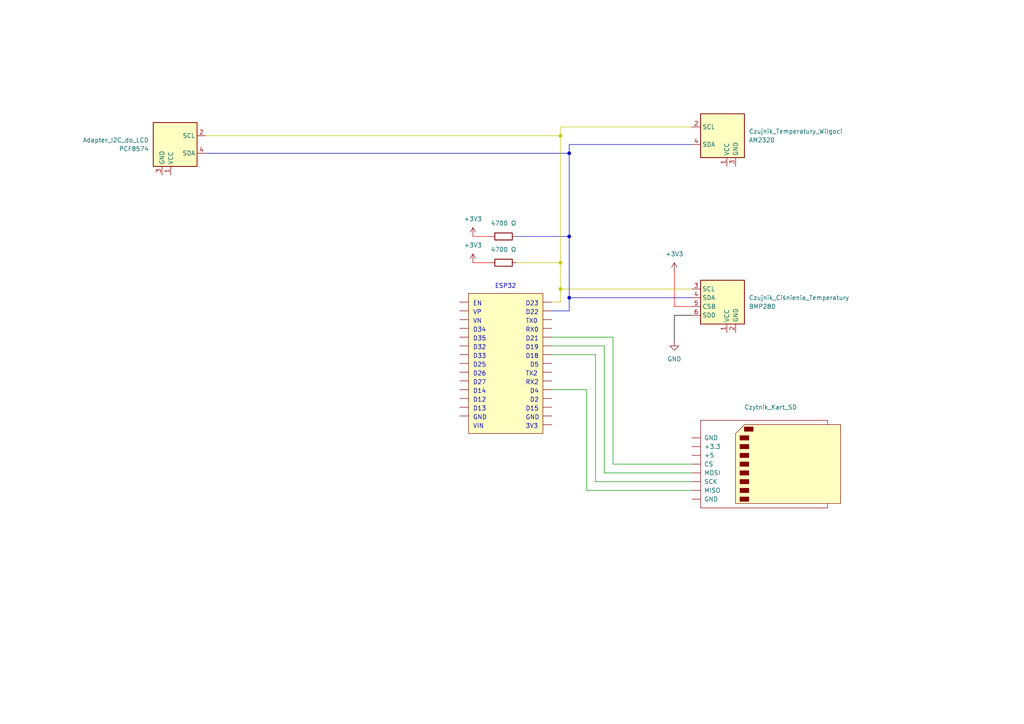
<source format=kicad_sch>
(kicad_sch (version 20230121) (generator eeschema)
  (paper "A4")
  (lib_symbols
    (symbol "BMP280_1"
      (property "Reference" "Czujnik_Temperatury_Wilgoci" (at 6.35 2.54 0))
      (property "Value" "AM2320" (at 6.35 0 0))
      (symbol "BMP280_1_0_1"
        (rectangle (start -7.62 7.62) (end 5.08 -5.08) (stroke (width 0.254)) (fill (type background)))
      )
      (symbol "BMP280_1_1_1"
        (pin power_in line (at 0 -7.62 90) (length 2.54) (name "VCC") (number "1"))
        (pin input line (at -10.16 3.81 0) (length 2.54) (name "SCL") (number "2"))
        (pin power_in line (at 2.54 -7.62 90) (length 2.54) (name "GND") (number "3"))
        (pin bidirectional line (at -10.16 -1.27 0) (length 2.54) (name "SDA") (number "4"))
      )
    )
    (symbol "BMP280_3"
      (property "Reference" "Adapter_I2C_LCD" (at 6.35 2.54 0))
      (property "Value" "PCF8574" (at 6.35 0 0))
      (symbol "BMP280_3_0_1"
        (rectangle (start -7.62 7.62) (end 5.08 -5.08) (stroke (width 0.254)) (fill (type background)))
      )
      (symbol "BMP280_3_1_1"
        (pin power_in line (at 0 -7.62 90) (length 2.54) (name "VCC") (number "1"))
        (pin input line (at -10.16 3.81 0) (length 2.54) (name "SCL") (number "2"))
        (pin power_in line (at 2.54 -7.62 90) (length 2.54) (name "GND") (number "3"))
        (pin bidirectional line (at -10.16 -1.27 0) (length 2.54) (name "SDA") (number "4"))
      )
    )
    (symbol "Connector:SD_Card" (pin_numbers hide) (pin_names (offset 1.016))
      (property "Reference" "SD_Card_Reader" (at 0 16.51 0))
      (symbol "SD_Card_0_1"
        (rectangle (start -8.89 -9.525) (end -6.35 -10.795) (fill (type outline)))
        (rectangle (start -8.89 -6.985) (end -6.35 -8.255) (fill (type outline)))
        (rectangle (start -8.89 -4.445) (end -6.35 -5.715) (fill (type outline)))
        (rectangle (start -8.89 -1.905) (end -6.35 -3.175) (fill (type outline)))
        (rectangle (start -8.89 0.635) (end -6.35 -0.635) (fill (type outline)))
        (rectangle (start -8.89 3.175) (end -6.35 1.905) (fill (type outline)))
        (rectangle (start -8.89 5.715) (end -6.35 4.445) (fill (type outline)))
        (rectangle (start -8.89 8.255) (end -6.35 6.985) (fill (type outline)))
        (rectangle (start -7.62 10.795) (end -5.08 9.525) (fill (type outline)))
        (polyline (pts (xy -10.16 8.89) (xy -7.62 11.43) (xy 20.32 11.43) (xy 20.32 -11.43) (xy -10.16 -11.43) (xy -10.16 8.89)) (fill (type background)))
        (polyline (pts (xy 16.51 11.43) (xy 16.51 12.7) (xy -20.32 12.7) (xy -20.32 -12.7) (xy 16.51 -12.7) (xy 16.51 -11.43)))
      )
      (symbol "SD_Card_1_1"
        (pin power_in line (at -22.86 7.62 0) (length 2.54) (name "GND") (number "1"))
        (pin power_in line (at -22.86 5.08 0) (length 2.54) (name "+3.3") (number "2"))
        (pin power_in line (at -22.86 2.54 0) (length 2.54) (name "+5") (number "3"))
        (pin input line (at -22.86 0 0) (length 2.54) (name "CS") (number "4"))
        (pin input line (at -22.86 -2.54 0) (length 2.54) (name "MOSI") (number "5"))
        (pin input line (at -22.86 -5.08 0) (length 2.54) (name "SCK") (number "6"))
        (pin input line (at -22.86 -7.62 0) (length 2.54) (name "MISO") (number "7"))
        (pin power_in line (at -22.86 -10.16 0) (length 2.54) (name "GND") (number "8"))
      )
    )
    (symbol "Device:R" (pin_numbers hide) (pin_names (offset 0))
      (property "Reference" "R" (at 2.032 0 90))
      (property "Value" "R" (at 0 0 90))
      (symbol "R_0_1"
        (rectangle (start -1.016 -2.54) (end 1.016 2.54) (stroke (width 0.254)))
      )
      (symbol "R_1_1"
        (pin passive line (at 0 3.81 270) (length 1.27) (name "~") (number "1"))
        (pin passive line (at 0 -3.81 90) (length 1.27) (name "~") (number "2"))
      )
    )
    (symbol "Sensor_Pressure:BMP280"
      (property "Reference" "Czujnik_Ciśnienia_Temperatury" (at 6.35 2.54 0))
      (property "Value" "BMP280" (at 6.35 0 0))
      (symbol "BMP280_0_1"
        (rectangle (start -7.62 7.62) (end 5.08 -5.08) (stroke (width 0.254)) (fill (type background)))
      )
      (symbol "BMP280_1_1"
        (pin power_in line (at 0 -7.62 90) (length 2.54) (name "VCC") (number "1"))
        (pin power_in line (at 2.54 -7.62 90) (length 2.54) (name "GND") (number "2"))
        (pin input line (at -10.16 5.08 0) (length 2.54) (name "SCL") (number "3"))
        (pin bidirectional line (at -10.16 2.54 0) (length 2.54) (name "SDA") (number "4"))
        (pin bidirectional line (at -10.16 0 0) (length 2.54) (name "CSB") (number "5"))
        (pin input line (at -10.16 -2.54 0) (length 2.54) (name "SD0") (number "6"))
      )
    )
    (symbol "power:+3V3" (power) (pin_names (offset 0))
      (property "Value" "+3V3" (at 0 3.556 0))
      (symbol "+3V3_0_1"
        (polyline (pts (xy -0.762 1.27) (xy 0 2.54)))
        (polyline (pts (xy 0 0) (xy 0 2.54)))
        (polyline (pts (xy 0 2.54) (xy 0.762 1.27)))
      )
      (symbol "+3V3_1_1"
        (pin power_in line (at 0 0 90) (length 0) hide (name "+3V3") (number "1"))
      )
    )
    (symbol "power:GND" (power) (pin_names (offset 0))
      (property "Value" "GND" (at 0 -3.81 0))
      (symbol "GND_0_1"
        (polyline (pts (xy 0 0) (xy 0 -1.27) (xy 1.27 -1.27) (xy 0 -2.54) (xy -1.27 -1.27) (xy 0 -1.27)))
      )
      (symbol "GND_1_1"
        (pin power_in line (at 0 0 270) (length 0) hide (name "GND") (number "1"))
      )
    )
  )
  (junction (at 162.56 76.2) (color 194 194 0 1))
  (junction (at 162.56 39.37) (color 194 194 0 1))
  (junction (at 165.1 86.36) (color 0 0 194 1))
  (junction (at 165.1 68.58) (color 0 0 194 1))
  (junction (at 165.1 44.45) (color 0 0 194 1))
  (junction (at 162.56 83.82) (color 194 194 0 1))
  (wire (pts (xy 135.89 118.11) (xy 133.35 118.11)) (stroke (width 0) (color 132 0 0 1)))
  (wire (pts (xy 200.66 134.62) (xy 177.8 134.62)))
  (wire (pts (xy 160.02 118.11) (xy 157.48 118.11)) (stroke (width 0) (color 132 0 0 1)))
  (wire (pts (xy 165.1 68.58) (xy 165.1 44.45)) (stroke (width 0) (color 0 0 194 1)))
  (wire (pts (xy 160.02 123.19) (xy 157.48 123.19)) (stroke (width 0) (color 132 0 0 1)))
  (wire (pts (xy 165.1 86.36) (xy 165.1 90.17)) (stroke (width 0) (color 0 0 194 1)))
  (wire (pts (xy 195.58 91.44) (xy 200.66 91.44)) (stroke (width 0) (color 0 0 0 1)))
  (wire (pts (xy 160.02 107.95) (xy 157.48 107.95)) (stroke (width 0) (color 132 0 0 1)))
  (wire (pts (xy 160.02 105.41) (xy 157.48 105.41)) (stroke (width 0) (color 132 0 0 1)))
  (wire (pts (xy 200.66 137.16) (xy 175.26 137.16)))
  (wire (pts (xy 135.89 115.57) (xy 133.35 115.57)) (stroke (width 0) (color 132 0 0 1)))
  (wire (pts (xy 135.89 97.79) (xy 133.35 97.79)) (stroke (width 0) (color 132 0 0 1)))
  (wire (pts (xy 135.89 110.49) (xy 133.35 110.49)) (stroke (width 0) (color 132 0 0 1)))
  (wire (pts (xy 172.72 102.87) (xy 160.02 102.87)))
  (wire (pts (xy 135.89 107.95) (xy 133.35 107.95)) (stroke (width 0) (color 132 0 0 1)))
  (wire (pts (xy 165.1 86.36) (xy 200.66 86.36)) (stroke (width 0) (color 0 0 194 1)))
  (wire (pts (xy 162.56 83.82) (xy 162.56 87.63)) (stroke (width 0) (color 194 194 0 1)))
  (wire (pts (xy 195.58 88.9) (xy 200.66 88.9)) (stroke (width 0) (color 255 0 0 1)))
  (wire (pts (xy 170.18 113.03) (xy 160.02 113.03)))
  (wire (pts (xy 160.02 87.63) (xy 162.56 87.63)) (stroke (width 0) (color 194 194 0 1)))
  (wire (pts (xy 135.89 120.65) (xy 133.35 120.65)) (stroke (width 0) (color 132 0 0 1)))
  (wire (pts (xy 160.02 90.17) (xy 165.1 90.17)) (stroke (width 0) (color 0 0 194 1)))
  (wire (pts (xy 195.58 88.9) (xy 195.58 78.74)) (stroke (width 0) (color 255 0 0 1)))
  (wire (pts (xy 160.02 115.57) (xy 157.48 115.57)) (stroke (width 0) (color 132 0 0 1)))
  (wire (pts (xy 160.02 110.49) (xy 157.48 110.49)) (stroke (width 0) (color 132 0 0 1)))
  (wire (pts (xy 195.58 99.06) (xy 195.58 91.44)) (stroke (width 0) (color 0 0 0 1)))
  (wire (pts (xy 160.02 97.79) (xy 157.48 97.79)) (stroke (width 0) (color 132 0 0 1)))
  (wire (pts (xy 59.69 39.37) (xy 162.56 39.37)) (stroke (width 0) (color 194 194 0 1)))
  (wire (pts (xy 135.89 95.25) (xy 133.35 95.25)) (stroke (width 0) (color 132 0 0 1)))
  (wire (pts (xy 160.02 113.03) (xy 157.48 113.03)) (stroke (width 0) (color 132 0 0 1)))
  (wire (pts (xy 157.48 87.63) (xy 160.02 87.63)) (stroke (width 0) (color 132 0 0 1)))
  (wire (pts (xy 162.56 76.2) (xy 162.56 39.37)) (stroke (width 0) (color 194 194 0 1)))
  (wire (pts (xy 200.66 142.24) (xy 170.18 142.24)))
  (wire (pts (xy 135.89 105.41) (xy 133.35 105.41)) (stroke (width 0) (color 132 0 0 1)))
  (wire (pts (xy 165.1 68.58) (xy 149.86 68.58)) (stroke (width 0) (color 0 0 194 1)))
  (wire (pts (xy 135.89 100.33) (xy 133.35 100.33)) (stroke (width 0) (color 132 0 0 1)))
  (wire (pts (xy 135.89 87.63) (xy 133.35 87.63)) (stroke (width 0) (color 132 0 0 1)))
  (wire (pts (xy 160.02 120.65) (xy 157.48 120.65)) (stroke (width 0) (color 132 0 0 1)))
  (wire (pts (xy 170.18 142.24) (xy 170.18 113.03)))
  (wire (pts (xy 165.1 44.45) (xy 165.1 41.91)) (stroke (width 0) (color 0 0 194 1)))
  (wire (pts (xy 175.26 137.16) (xy 175.26 100.33)))
  (wire (pts (xy 162.56 83.82) (xy 200.66 83.82)) (stroke (width 0) (color 194 194 0 1)))
  (wire (pts (xy 165.1 41.91) (xy 200.66 41.91)) (stroke (width 0) (color 0 0 194 1)))
  (wire (pts (xy 135.89 113.03) (xy 133.35 113.03)) (stroke (width 0) (color 132 0 0 1)))
  (wire (pts (xy 59.69 44.45) (xy 165.1 44.45)) (stroke (width 0) (color 0 0 194 1)))
  (wire (pts (xy 162.56 36.83) (xy 200.66 36.83)) (stroke (width 0) (color 194 194 0 1)))
  (wire (pts (xy 162.56 76.2) (xy 162.56 83.82)) (stroke (width 0) (color 194 194 0 1)))
  (wire (pts (xy 160.02 90.17) (xy 157.48 90.17)) (stroke (width 0) (color 132 0 0 1)))
  (wire (pts (xy 165.1 68.58) (xy 165.1 86.36)) (stroke (width 0) (color 0 0 194 1)))
  (wire (pts (xy 162.56 39.37) (xy 162.56 36.83)) (stroke (width 0) (color 194 194 0 1)))
  (wire (pts (xy 160.02 95.25) (xy 157.48 95.25)) (stroke (width 0) (color 132 0 0 1)))
  (wire (pts (xy 137.16 76.2) (xy 142.24 76.2)) (stroke (width 0) (color 255 0 0 1)))
  (wire (pts (xy 160.02 100.33) (xy 175.26 100.33)))
  (wire (pts (xy 135.89 92.71) (xy 133.35 92.71)) (stroke (width 0) (color 132 0 0 1)))
  (wire (pts (xy 177.8 97.79) (xy 160.02 97.79)))
  (wire (pts (xy 160.02 102.87) (xy 157.48 102.87)) (stroke (width 0) (color 132 0 0 1)))
  (wire (pts (xy 172.72 139.7) (xy 172.72 102.87)))
  (wire (pts (xy 137.16 68.58) (xy 142.24 68.58)) (stroke (width 0) (color 255 0 0 1)))
  (wire (pts (xy 135.89 90.17) (xy 133.35 90.17)) (stroke (width 0) (color 132 0 0 1)))
  (wire (pts (xy 160.02 92.71) (xy 157.48 92.71)) (stroke (width 0) (color 132 0 0 1)))
  (wire (pts (xy 200.66 139.7) (xy 172.72 139.7)))
  (wire (pts (xy 135.89 102.87) (xy 133.35 102.87)) (stroke (width 0) (color 132 0 0 1)))
  (wire (pts (xy 177.8 134.62) (xy 177.8 97.79)))
  (wire (pts (xy 160.02 100.33) (xy 157.48 100.33)) (stroke (width 0) (color 132 0 0 1)))
  (wire (pts (xy 162.56 76.2) (xy 149.86 76.2)) (stroke (width 0) (color 194 194 0 1)))
  (rectangle (start 135.89 85.09) (end 157.48 125.73) (stroke (width 0) (color 132 0 0 1)) (fill (type color) (color 255 255 194 1)))
  (text "3V3" (at 152.4 124.46 0) (effects (font (size 1.27 1.27)) (justify left bottom)))
  (text "D27" (at 137.16 111.76 0) (effects (font (size 1.27 1.27)) (justify left bottom)))
  (text "RX0" (at 152.4 96.52 0) (effects (font (size 1.27 1.27)) (justify left bottom)))
  (text "D34" (at 137.16 96.52 0) (effects (font (size 1.27 1.27)) (justify left bottom)))
  (text "TX2" (at 152.4 109.22 0) (effects (font (size 1.27 1.27)) (justify left bottom)))
  (text "TX0" (at 152.4 93.98 0) (effects (font (size 1.27 1.27)) (justify left bottom)))
  (text "D13" (at 137.16 119.38 0) (effects (font (size 1.27 1.27)) (justify left bottom)))
  (text "D5" (at 153.67 106.68 0) (effects (font (size 1.27 1.27)) (justify left bottom)))
  (text "D21" (at 152.4 99.06 0) (effects (font (size 1.27 1.27)) (justify left bottom)))
  (text "GND" (at 152.4 121.92 0) (effects (font (size 1.27 1.27)) (justify left bottom)))
  (text "D4" (at 153.67 114.3 0) (effects (font (size 1.27 1.27)) (justify left bottom)))
  (text "ESP32" (at 143.51 83.82 0) (effects (font (size 1.27 1.27)) (justify left bottom)))
  (text "D33" (at 137.16 104.14 0) (effects (font (size 1.27 1.27)) (justify left bottom)))
  (text "D12" (at 137.16 116.84 0) (effects (font (size 1.27 1.27)) (justify left bottom)))
  (text "D23" (at 152.4 88.9 0) (effects (font (size 1.27 1.27)) (justify left bottom)))
  (text "VIN" (at 137.16 124.46 0) (effects (font (size 1.27 1.27)) (justify left bottom)))
  (text "EN" (at 137.16 88.9 0) (effects (font (size 1.27 1.27)) (justify left bottom)))
  (text "D26" (at 137.16 109.22 0) (effects (font (size 1.27 1.27)) (justify left bottom)))
  (text "D32" (at 137.16 101.6 0) (effects (font (size 1.27 1.27)) (justify left bottom)))
  (text "GND" (at 137.16 121.92 0) (effects (font (size 1.27 1.27)) (justify left bottom)))
  (text "D22" (at 152.4 91.44 0) (effects (font (size 1.27 1.27)) (justify left bottom)))
  (text "VP" (at 137.16 91.44 0) (effects (font (size 1.27 1.27)) (justify left bottom)))
  (text "D19" (at 152.4 101.6 0) (effects (font (size 1.27 1.27)) (justify left bottom)))
  (text "D15" (at 152.4 119.38 0) (effects (font (size 1.27 1.27)) (justify left bottom)))
  (text "VN" (at 137.16 93.98 0) (effects (font (size 1.27 1.27)) (justify left bottom)))
  (text "D25" (at 137.16 106.68 0) (effects (font (size 1.27 1.27)) (justify left bottom)))
  (text "D14" (at 137.16 114.3 0) (effects (font (size 1.27 1.27)) (justify left bottom)))
  (text "D2" (at 153.67 116.84 0) (effects (font (size 1.27 1.27)) (justify left bottom)))
  (text "RX2" (at 152.4 111.76 0) (effects (font (size 1.27 1.27)) (justify left bottom)))
  (text "D18" (at 152.4 104.14 0) (effects (font (size 1.27 1.27)) (justify left bottom)))
  (text "D35" (at 137.16 99.06 0) (effects (font (size 1.27 1.27)) (justify left bottom)))
  (symbol (lib_name "BMP280_3") (lib_id "Sensor_Pressure:BMP280") (at 49.53 43.18 0) (mirror y) (unit 1)
    (property "Reference" "Adapter_I2C_do_LCD" (at 43.18 40.64 0) (effects (justify left)))
    (property "Value" "PCF8574" (at 43.18 43.18 0) (effects (justify left)))
    (property "Footprint" "Package_LGA:Bosch_LGA-8_2x2.5mm_P0.65mm_ClockwisePinNumbering" (effects hide))
    (property "Datasheet" "https://ae-bst.resource.bosch.com/media/_tech/media/datasheets/BST-BMP280-DS001.pdf" (effects hide))
  )
  (symbol (lib_id "Connector:SD_Card") (at 223.52 134.62 0) (unit 1)
    (property "Reference" "Czytnik_Kart_SD" (at 223.52 118.11 0))
    (property "Value" "SD_Card" (effects hide))
    (property "Datasheet" "http://portal.fciconnect.com/Comergent//fci/drawing/10067847.pdf" (effects hide))
  )
  (symbol (lib_id "Sensor_Pressure:BMP280") (at 210.82 88.9 0) (unit 1)
    (property "Reference" "Czujnik_Ciśnienia_Temperatury" (at 217.17 86.36 0) (effects (justify left)))
    (property "Value" "BMP280" (at 217.17 88.9 0) (effects (justify left)))
    (property "Footprint" "Package_LGA:Bosch_LGA-8_2x2.5mm_P0.65mm_ClockwisePinNumbering" (effects hide))
    (property "Datasheet" "https://ae-bst.resource.bosch.com/media/_tech/media/datasheets/BST-BMP280-DS001.pdf" (effects hide))
  )
  (symbol (lib_id "power:+3V3") (at 137.16 68.58 0) (unit 1)
    (property "Reference" "#PWR01" (effects hide))
    (property "Value" "+3V3" (at 137.16 63.5 0))
  )
  (symbol (lib_id "power:+3V3") (at 137.16 76.2 0) (unit 1)
    (property "Reference" "#PWR02" (effects hide))
    (property "Value" "+3V3" (at 137.16 71.12 0))
  )
  (symbol (lib_name "BMP280_1") (lib_id "Sensor_Pressure:BMP280") (at 210.82 40.64 0) (unit 1)
    (property "Reference" "Czujnik_Temperatury_Wilgoci" (at 217.17 38.1 0) (effects (justify left)))
    (property "Value" "AM2320" (at 217.17 40.64 0) (effects (justify left)))
    (property "Footprint" "Package_LGA:Bosch_LGA-8_2x2.5mm_P0.65mm_ClockwisePinNumbering" (effects hide))
    (property "Datasheet" "https://ae-bst.resource.bosch.com/media/_tech/media/datasheets/BST-BMP280-DS001.pdf" (effects hide))
  )
  (symbol (lib_id "Device:R") (at 146.05 76.2 270) (unit 1)
    (property "Reference" "R2" (effects hide))
    (property "Value" "4700 Ω" (at 146.05 72.39 90))
  )
  (symbol (lib_id "Device:R") (at 146.05 68.58 270) (unit 1)
    (property "Reference" "R1" (effects hide))
    (property "Value" "4700 Ω" (at 146.05 64.77 90))
  )
  (symbol (lib_id "power:+3V3") (at 195.58 78.74 0) (unit 1)
    (property "Reference" "#PWR03" (effects hide))
    (property "Value" "+3V3" (at 195.58 73.66 0))
  )
  (symbol (lib_id "power:GND") (at 195.58 99.06 0) (unit 1)
    (property "Reference" "#PWR04" (effects hide))
    (property "Value" "GND" (at 195.58 104.14 0))
  )
)
</source>
